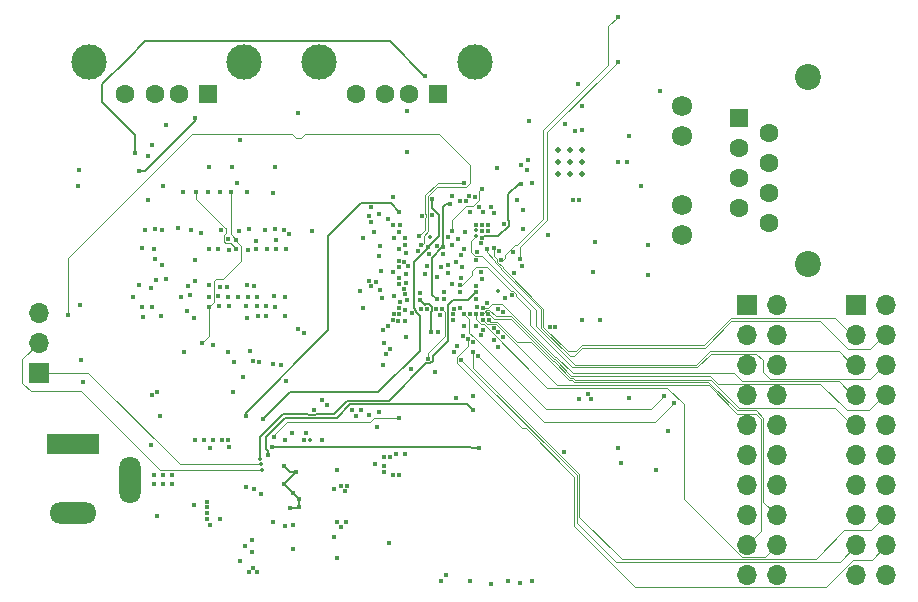
<source format=gbr>
%TF.GenerationSoftware,KiCad,Pcbnew,9.0.0*%
%TF.CreationDate,2025-03-22T23:10:53-04:00*%
%TF.ProjectId,simpleSBC,73696d70-6c65-4534-9243-2e6b69636164,rev?*%
%TF.SameCoordinates,Original*%
%TF.FileFunction,Copper,L4,Inr*%
%TF.FilePolarity,Positive*%
%FSLAX46Y46*%
G04 Gerber Fmt 4.6, Leading zero omitted, Abs format (unit mm)*
G04 Created by KiCad (PCBNEW 9.0.0) date 2025-03-22 23:10:53*
%MOMM*%
%LPD*%
G01*
G04 APERTURE LIST*
G04 Aperture macros list*
%AMRoundRect*
0 Rectangle with rounded corners*
0 $1 Rounding radius*
0 $2 $3 $4 $5 $6 $7 $8 $9 X,Y pos of 4 corners*
0 Add a 4 corners polygon primitive as box body*
4,1,4,$2,$3,$4,$5,$6,$7,$8,$9,$2,$3,0*
0 Add four circle primitives for the rounded corners*
1,1,$1+$1,$2,$3*
1,1,$1+$1,$4,$5*
1,1,$1+$1,$6,$7*
1,1,$1+$1,$8,$9*
0 Add four rect primitives between the rounded corners*
20,1,$1+$1,$2,$3,$4,$5,0*
20,1,$1+$1,$4,$5,$6,$7,0*
20,1,$1+$1,$6,$7,$8,$9,0*
20,1,$1+$1,$8,$9,$2,$3,0*%
G04 Aperture macros list end*
%TA.AperFunction,ComponentPad*%
%ADD10R,4.400000X1.800000*%
%TD*%
%TA.AperFunction,ComponentPad*%
%ADD11O,4.000000X1.800000*%
%TD*%
%TA.AperFunction,ComponentPad*%
%ADD12O,1.800000X4.000000*%
%TD*%
%TA.AperFunction,ComponentPad*%
%ADD13R,1.700000X1.700000*%
%TD*%
%TA.AperFunction,ComponentPad*%
%ADD14O,1.700000X1.700000*%
%TD*%
%TA.AperFunction,ComponentPad*%
%ADD15RoundRect,0.248000X0.552000X-0.552000X0.552000X0.552000X-0.552000X0.552000X-0.552000X-0.552000X0*%
%TD*%
%TA.AperFunction,ComponentPad*%
%ADD16C,1.600000*%
%TD*%
%TA.AperFunction,ComponentPad*%
%ADD17C,1.720000*%
%TD*%
%TA.AperFunction,ComponentPad*%
%ADD18C,2.200000*%
%TD*%
%TA.AperFunction,ComponentPad*%
%ADD19R,1.600000X1.500000*%
%TD*%
%TA.AperFunction,ComponentPad*%
%ADD20C,3.000000*%
%TD*%
%TA.AperFunction,HeatsinkPad*%
%ADD21C,0.500000*%
%TD*%
%TA.AperFunction,ViaPad*%
%ADD22C,0.400000*%
%TD*%
%TA.AperFunction,ViaPad*%
%ADD23C,0.350000*%
%TD*%
%TA.AperFunction,Conductor*%
%ADD24C,0.089000*%
%TD*%
%TA.AperFunction,Conductor*%
%ADD25C,0.200000*%
%TD*%
%TA.AperFunction,Conductor*%
%ADD26C,0.101600*%
%TD*%
G04 APERTURE END LIST*
D10*
%TO.N,+5V*%
%TO.C,J4*%
X113400000Y-100400000D03*
D11*
%TO.N,GND*%
X113400000Y-106200000D03*
D12*
X118200000Y-103400000D03*
%TD*%
D13*
%TO.N,/I2C4_SDA*%
%TO.C,J8*%
X110500000Y-94330000D03*
D14*
%TO.N,/I2C4_SCL*%
X110500000Y-91790000D03*
%TO.N,GND*%
X110500000Y-89250000D03*
%TD*%
D13*
%TO.N,/PA15*%
%TO.C,J9*%
X179710000Y-88640000D03*
D14*
%TO.N,/PC7*%
X182250000Y-88640000D03*
%TO.N,/PE2*%
X179710000Y-91180000D03*
%TO.N,/PC2*%
X182250000Y-91180000D03*
%TO.N,/PA4*%
X179710000Y-93720000D03*
%TO.N,/PD15*%
X182250000Y-93720000D03*
%TO.N,/PE15*%
X179710000Y-96260000D03*
%TO.N,/PD4*%
X182250000Y-96260000D03*
%TO.N,/PE0*%
X179710000Y-98800000D03*
%TO.N,/PE12*%
X182250000Y-98800000D03*
%TO.N,/PG15*%
X179710000Y-101340000D03*
%TO.N,/PD1*%
X182250000Y-101340000D03*
%TO.N,/PC6*%
X179710000Y-103880000D03*
%TO.N,/PD0*%
X182250000Y-103880000D03*
%TO.N,/PB4*%
X179710000Y-106420000D03*
%TO.N,/PD3*%
X182250000Y-106420000D03*
%TO.N,/PE5*%
X179710000Y-108960000D03*
%TO.N,/PG6*%
X182250000Y-108960000D03*
%TO.N,GND*%
X179710000Y-111500000D03*
%TO.N,+3V3*%
X182250000Y-111500000D03*
%TD*%
D15*
%TO.N,/ETH_TX+*%
%TO.C,J7*%
X169735000Y-72790000D03*
D16*
%TO.N,+3V3*%
X172275000Y-74060000D03*
%TO.N,/ETH_TX-*%
X169735000Y-75330000D03*
%TO.N,/ETH_RX+*%
X172275000Y-76600000D03*
%TO.N,+3V3*%
X169735000Y-77870000D03*
%TO.N,/ETH_RX-*%
X172275000Y-79140000D03*
%TO.N,unconnected-(J7-NC-Pad7)*%
X169735000Y-80410000D03*
%TO.N,GND*%
X172275000Y-81680000D03*
D17*
%TO.N,Net-(J7-Pad9)*%
X164905000Y-71770000D03*
%TO.N,/LED_0*%
X164905000Y-74310000D03*
%TO.N,Net-(J7-Pad11)*%
X164905000Y-80160000D03*
%TO.N,/LED_1*%
X164905000Y-82700000D03*
D18*
%TO.N,unconnected-(J7-PadSH)*%
X175575000Y-69335000D03*
%TO.N,unconnected-(J7-PadSH)_1*%
X175575000Y-85135000D03*
%TD*%
D13*
%TO.N,/PB9*%
%TO.C,J3*%
X170460000Y-88640000D03*
D14*
%TO.N,/PA9*%
X173000000Y-88640000D03*
%TO.N,/PD11*%
X170460000Y-91180000D03*
%TO.N,/PC0*%
X173000000Y-91180000D03*
%TO.N,/PF11*%
X170460000Y-93720000D03*
%TO.N,/PA6*%
X173000000Y-93720000D03*
%TO.N,/PB1*%
X170460000Y-96260000D03*
%TO.N,/PB8*%
X173000000Y-96260000D03*
%TO.N,/PB12*%
X170460000Y-98800000D03*
%TO.N,/PB0*%
X173000000Y-98800000D03*
%TO.N,/PE13*%
X170460000Y-101340000D03*
%TO.N,/PD8*%
X173000000Y-101340000D03*
%TO.N,/PG12*%
X170460000Y-103880000D03*
%TO.N,/PB15*%
X173000000Y-103880000D03*
%TO.N,/PA8*%
X170460000Y-106420000D03*
%TO.N,/PE6*%
X173000000Y-106420000D03*
%TO.N,/PD7*%
X170460000Y-108960000D03*
%TO.N,/PD5*%
X173000000Y-108960000D03*
%TO.N,GND*%
X170460000Y-111500000D03*
%TO.N,+3V3*%
X173000000Y-111500000D03*
%TD*%
D19*
%TO.N,Net-(J6-VBUS)*%
%TO.C,J6*%
X124820000Y-70710000D03*
D16*
%TO.N,/USB1_D+*%
X122320000Y-70710000D03*
%TO.N,/USB1_D-*%
X120320000Y-70710000D03*
%TO.N,GND*%
X117820000Y-70710000D03*
D20*
X127890000Y-68000000D03*
X114750000Y-68000000D03*
%TD*%
D19*
%TO.N,Net-(J5-VBUS)*%
%TO.C,J5*%
X144320000Y-70710000D03*
D16*
%TO.N,/USB2_D-*%
X141820000Y-70710000D03*
%TO.N,/USB2_D+*%
X139820000Y-70710000D03*
%TO.N,GND*%
X137320000Y-70710000D03*
D20*
X147390000Y-68000000D03*
X134250000Y-68000000D03*
%TD*%
D21*
%TO.N,GND*%
%TO.C,U6*%
X156462500Y-75500000D03*
X155462500Y-75500000D03*
X154462500Y-75500000D03*
X156462500Y-76500000D03*
X155462500Y-76500000D03*
X154462500Y-76500000D03*
X156462500Y-77500000D03*
X155462500Y-77500000D03*
X154462500Y-77500000D03*
%TD*%
D22*
%TO.N,Net-(JP9-C)*%
X158000000Y-89850000D03*
X149981617Y-87978900D03*
%TO.N,Net-(JP8-C)*%
X156500000Y-89900000D03*
X150522467Y-87800002D03*
%TO.N,+3V3*%
X162100000Y-86050000D03*
X162100000Y-83550000D03*
%TO.N,GND*%
X157600000Y-83250000D03*
X157450000Y-85850000D03*
X127300000Y-78250000D03*
D23*
%TO.N,/PA4*%
X147527493Y-82752981D03*
D22*
%TO.N,/Memory/UDM*%
X120400000Y-86500000D03*
%TO.N,/Memory/UDQS-*%
X139291624Y-80913547D03*
%TO.N,/Memory/UDQS+*%
X120350000Y-84700000D03*
%TO.N,+1V35*%
X119221197Y-83800000D03*
%TO.N,/Memory/UDQS+*%
X138628762Y-80348530D03*
%TO.N,/Memory/LDQS+*%
X123260411Y-87738252D03*
%TO.N,/Memory/LDM*%
X123750000Y-86600000D03*
%TO.N,GND*%
X122500000Y-87950000D03*
%TO.N,/Memory/LDQS-*%
X123129043Y-87000000D03*
%TO.N,GND*%
X131001155Y-93672912D03*
%TO.N,+1V35*%
X130331654Y-93572912D03*
%TO.N,/Memory/DQ11*%
X121300000Y-86450000D03*
%TO.N,/Memory/~{CAS}*%
X125850000Y-87050000D03*
%TO.N,/Memory/~{RAS}*%
X124900000Y-86900000D03*
%TO.N,/Memory/A13*%
X131300000Y-87950000D03*
%TO.N,/Memory/A11*%
X129781827Y-83871202D03*
%TO.N,/Memory/A10*%
X126600000Y-83950000D03*
%TO.N,/Memory/A7*%
X130450000Y-88750000D03*
%TO.N,/Memory/A6*%
X130600000Y-83900000D03*
%TO.N,/Memory/A5*%
X128950000Y-88700000D03*
%TO.N,/Memory/A3*%
X128952114Y-87956488D03*
%TO.N,/Memory/A2*%
X128748521Y-86963643D03*
%TO.N,/Memory/A0*%
X128150000Y-86900000D03*
%TO.N,/Memory/A14*%
X131450000Y-83900000D03*
X137950000Y-82900000D03*
%TO.N,/Memory/A4*%
X130600598Y-83113498D03*
%TO.N,GND*%
X129150000Y-93400000D03*
X128606274Y-93378198D03*
X127009118Y-93448939D03*
%TO.N,/Memory/~{CS}*%
X139859118Y-92739869D03*
%TO.N,/Memory/DQ2*%
X140242568Y-92337171D03*
%TO.N,/Memory/CKE*%
X133600000Y-82350000D03*
%TO.N,VREF_DDR*%
X131336737Y-107336737D03*
X126785922Y-79005170D03*
X124900000Y-88750000D03*
X124300000Y-91850000D03*
X127226113Y-83080465D03*
X128000000Y-98000000D03*
X141000000Y-80700000D03*
%TO.N,+1V2*%
X125250000Y-100000000D03*
X123750000Y-100000000D03*
X144242233Y-86271553D03*
X143330000Y-85300000D03*
X126600000Y-100625000D03*
X126500000Y-100000000D03*
X144766382Y-87519659D03*
X126000000Y-100000000D03*
X145149999Y-85910000D03*
X146181129Y-87468223D03*
X144795166Y-88108400D03*
X144577979Y-85396927D03*
X124500000Y-100000000D03*
X125000000Y-100750000D03*
X143533975Y-84283975D03*
%TO.N,GND*%
X149013277Y-80796100D03*
X138902161Y-82398266D03*
X146468070Y-90350729D03*
X132250000Y-102750000D03*
X120250000Y-103000000D03*
X120900000Y-82300000D03*
X121000000Y-103750000D03*
X120850000Y-89550000D03*
X142800000Y-87600000D03*
X147013360Y-80702820D03*
X120250000Y-103750000D03*
X132500000Y-105750000D03*
X141650000Y-75650000D03*
X122690000Y-79076594D03*
X139100000Y-98900000D03*
X119350000Y-89600000D03*
X145500000Y-79420000D03*
X119966868Y-87173020D03*
X131207528Y-82250000D03*
X123342282Y-82300000D03*
X151800000Y-77200000D03*
X142901600Y-81047234D03*
X145150000Y-85250000D03*
X156500000Y-71750000D03*
X140500000Y-79500000D03*
X130450000Y-76900000D03*
X151399751Y-85289870D03*
X146200000Y-84400000D03*
X141020909Y-88874802D03*
X131750000Y-105798398D03*
X156125000Y-69875000D03*
X140014038Y-81335962D03*
X146250000Y-86350000D03*
X127800000Y-94700000D03*
X148119522Y-90707917D03*
X126850000Y-76900000D03*
X119500000Y-82250000D03*
X121750000Y-103000000D03*
X125654333Y-87854333D03*
X127406235Y-82332286D03*
X131250000Y-103750000D03*
X159500000Y-76500000D03*
X129024919Y-89500000D03*
X132500000Y-105000000D03*
X155000000Y-73250000D03*
X121000000Y-78500000D03*
X147510974Y-88106361D03*
X144688900Y-84320753D03*
X149449617Y-84022372D03*
X145163940Y-82833631D03*
X121750000Y-103750000D03*
X147930343Y-85846672D03*
X139500000Y-85700000D03*
X131250000Y-102250000D03*
X142000000Y-94050000D03*
X143200000Y-85985616D03*
X132000000Y-104500000D03*
X151466735Y-80557725D03*
X131390764Y-95073406D03*
X129668792Y-82222999D03*
X141450000Y-84928225D03*
X145446197Y-86830930D03*
X142600000Y-84000000D03*
X140539413Y-87875494D03*
X125818969Y-79006886D03*
X127997931Y-88722437D03*
X123601509Y-89670000D03*
X150706551Y-85917033D03*
X133750000Y-97500000D03*
X145474922Y-83559937D03*
X125247928Y-92002071D03*
X149053324Y-90563863D03*
X129762441Y-88686044D03*
X160500000Y-96500000D03*
X159500000Y-100750000D03*
X126900000Y-96000000D03*
X131325494Y-89550000D03*
X135500000Y-108250000D03*
X140064718Y-90373406D03*
D23*
X149380500Y-87417372D03*
D22*
X146452936Y-83901765D03*
X144144060Y-88945155D03*
X121000000Y-103000000D03*
X130344178Y-79100000D03*
%TO.N,+3V3*%
X147500000Y-84832054D03*
X147500000Y-87000000D03*
X151900000Y-76300000D03*
X151504490Y-82175247D03*
X154927387Y-101087518D03*
X139750000Y-101500000D03*
X163100000Y-70500000D03*
X138975000Y-102100000D03*
X141000000Y-103000000D03*
X131327970Y-100061600D03*
X145800000Y-84950000D03*
X141500000Y-101250000D03*
X140250000Y-101500000D03*
X140750000Y-101250000D03*
X152000000Y-73000000D03*
X146000000Y-83000000D03*
X140500000Y-103000000D03*
X159750000Y-102000000D03*
X142850502Y-88982002D03*
X153589593Y-82653900D03*
X114200000Y-95100000D03*
X139750000Y-102250000D03*
X114100000Y-93300000D03*
X162721084Y-102569645D03*
X139750000Y-102750000D03*
X151000000Y-79700000D03*
X146300000Y-85380000D03*
X135700000Y-102600000D03*
%TO.N,Net-(U1C-NRST_CORE)*%
X148000000Y-86400000D03*
%TO.N,+3.3VP*%
X135512545Y-104151600D03*
X140100000Y-108750000D03*
X135750000Y-110000000D03*
X148750000Y-112250000D03*
%TO.N,+5V*%
X136500000Y-107000000D03*
X136062500Y-103937500D03*
X120000000Y-100500000D03*
X133150000Y-99480000D03*
X131985000Y-109235000D03*
X127925000Y-109000000D03*
X138450000Y-97929014D03*
X135750000Y-107000000D03*
X136550000Y-103950000D03*
X128500000Y-109500000D03*
X136100000Y-107425000D03*
X137000000Y-97500000D03*
X137350000Y-98050000D03*
X128500000Y-108500000D03*
X137750000Y-97500000D03*
X139300000Y-97700000D03*
X128687500Y-104187500D03*
X136450000Y-104400000D03*
X128000000Y-104000000D03*
%TO.N,/Memory/DDR_CK+*%
X124900000Y-83900000D03*
X141000000Y-85400002D03*
%TO.N,/Memory/DDR_CK-*%
X140461374Y-85832472D03*
X125700000Y-83900000D03*
%TO.N,/Memory/CKE*%
X141006047Y-83830792D03*
X125926800Y-82224046D03*
%TO.N,Net-(U3-ZQ)*%
X123827310Y-79081546D03*
X127200000Y-83850000D03*
%TO.N,/Memory/~{RESET}*%
X132949733Y-90991735D03*
X141500000Y-89000000D03*
%TO.N,/Memory/A0*%
X138637694Y-87036946D03*
%TO.N,/Memory/A1*%
X128900000Y-83900000D03*
%TO.N,/Memory/A2*%
X141502350Y-87716738D03*
%TO.N,VTT_DDR*%
X128250000Y-111250000D03*
X129000000Y-111250000D03*
X128650000Y-110850000D03*
%TO.N,/Memory/A3*%
X139550000Y-88050000D03*
%TO.N,/Memory/A4*%
X141507744Y-83488194D03*
%TO.N,/Memory/A5*%
X141432912Y-87222085D03*
%TO.N,/Memory/A6*%
X141553782Y-84180812D03*
%TO.N,/Memory/A7*%
X132444099Y-90618329D03*
X141652867Y-88193548D03*
%TO.N,/Memory/A8*%
X141489859Y-82900143D03*
X131630137Y-82576496D03*
%TO.N,/Memory/A9*%
X130407978Y-87885056D03*
X137900000Y-88896801D03*
%TO.N,/Memory/A10*%
X140945099Y-84876326D03*
%TO.N,/Memory/A11*%
X139267726Y-84459644D03*
%TO.N,/Memory/A12*%
X128219229Y-83916590D03*
%TO.N,/Memory/A13*%
X141103066Y-88381596D03*
%TO.N,/PWR_ON*%
X130200000Y-100600000D03*
X150673224Y-84162684D03*
X147750000Y-100750000D03*
%TO.N,/Memory/~{RAS}*%
X141550000Y-85950000D03*
%TO.N,/Memory/~{CS}*%
X140999998Y-86350000D03*
%TO.N,/Memory/~{WE}*%
X126450000Y-87100000D03*
X138441693Y-86562271D03*
%TO.N,/Memory/ODT*%
X125750000Y-88700000D03*
X139000000Y-86650000D03*
%TO.N,/Memory/BA0*%
X139400000Y-87304187D03*
X127363426Y-87962298D03*
%TO.N,/Memory/BA1*%
X139400000Y-83600000D03*
X128900000Y-83150000D03*
%TO.N,/Memory/BA2*%
X141000000Y-86850000D03*
X128200000Y-87900336D03*
%TO.N,/ETH_3V3*%
X160500000Y-74300000D03*
X161500000Y-78500000D03*
X160300000Y-76500000D03*
%TO.N,VDD_USB*%
X143477848Y-83688641D03*
X129500000Y-98250000D03*
X143800000Y-79600000D03*
X131898398Y-99480000D03*
%TO.N,/SWDIO*%
X144000000Y-94250000D03*
X142065241Y-89255271D03*
%TO.N,/NRST*%
X147235780Y-96310600D03*
X149393280Y-92200000D03*
X148474540Y-88421661D03*
%TO.N,/UART4_TX*%
X146587066Y-82405166D03*
X153729267Y-90499293D03*
%TO.N,/UART4_RX*%
X143806707Y-80980953D03*
X154230869Y-90500001D03*
%TO.N,+1V35*%
X129750000Y-89500000D03*
X122800000Y-92550000D03*
X130300000Y-107000000D03*
X120092928Y-88742335D03*
X120350000Y-82150000D03*
X128144305Y-79005170D03*
X124191861Y-82487586D03*
X124750000Y-106250000D03*
X122271572Y-82049200D03*
X128254608Y-82210048D03*
X124900000Y-76925494D03*
X120500000Y-106500000D03*
X124750000Y-106750000D03*
X124750000Y-105250000D03*
X126519535Y-83026113D03*
X126509991Y-92576152D03*
X123750000Y-84800000D03*
X124900000Y-87900000D03*
X141600697Y-86724506D03*
X130458515Y-82208269D03*
X128402632Y-92497403D03*
X141550000Y-91300000D03*
X129300000Y-104600000D03*
X123650000Y-105550000D03*
X126550000Y-87900000D03*
X125000000Y-107250000D03*
X125825000Y-106750000D03*
X127500000Y-110250000D03*
X119750000Y-79750000D03*
X123067821Y-89147535D03*
X124750000Y-105750000D03*
X119250000Y-88750000D03*
X124788031Y-79076594D03*
X128101034Y-89710621D03*
X141786814Y-85299250D03*
%TO.N,/SDMMC_CLK*%
X147000000Y-112010000D03*
X146141138Y-88904379D03*
%TO.N,/SDMMC_CMD*%
X150250000Y-112010000D03*
X145639376Y-88918615D03*
%TO.N,/SDMMC_D3*%
X143344060Y-88965410D03*
X151250000Y-112151600D03*
%TO.N,/SDMMC_D2*%
X144328664Y-90926749D03*
X152249000Y-112009293D03*
%TO.N,/SDMMC_D1*%
X144500000Y-112010000D03*
X145867064Y-92056524D03*
%TO.N,/SDMMC_D0*%
X145000000Y-111500000D03*
X145624853Y-92601489D03*
%TO.N,/PA0_WAKEUP*%
X147564861Y-84127983D03*
X130436249Y-99754199D03*
X141000000Y-98200000D03*
D23*
%TO.N,/I2C4_SCL*%
X129400000Y-102550000D03*
%TO.N,/I2C4_SDA*%
X129330675Y-102103174D03*
D22*
%TO.N,Net-(U1C-USB_RREF)*%
X142720546Y-82789994D03*
X146485270Y-78274730D03*
%TO.N,/RTC_OUT1*%
X147533975Y-87533975D03*
D23*
X129252919Y-101632957D03*
D22*
%TO.N,/Memory/DQ11*%
X141001103Y-82400000D03*
%TO.N,/Memory/DQ4*%
X140521144Y-89399930D03*
X139700000Y-91800000D03*
%TO.N,/Memory/LDQS+*%
X139609118Y-90747056D03*
%TO.N,/Memory/UDQS-*%
X120203721Y-83902766D03*
%TO.N,/Memory/DQ9*%
X138420231Y-81098307D03*
X140554482Y-82898131D03*
%TO.N,/Memory/DQ13*%
X119000000Y-86950000D03*
X138600000Y-81572568D03*
%TO.N,/Memory/UDM*%
X140500000Y-81868062D03*
%TO.N,/Memory/DQ2*%
X141456236Y-89937312D03*
%TO.N,/Memory/DQ15*%
X141028095Y-81869080D03*
X118500000Y-87900000D03*
%TO.N,/Memory/LDQS-*%
X140445148Y-89898651D03*
%TO.N,Net-(U1A-VDDA1V1_REG)*%
X144200000Y-83600000D03*
%TO.N,Net-(U1A-VDDA1V8_DSI)*%
X144724138Y-83732760D03*
X144200000Y-88139361D03*
X145320228Y-80090312D03*
%TO.N,Net-(U1D-DDR_ZQ)*%
X143702204Y-90902204D03*
X142800000Y-88200000D03*
%TO.N,Net-(U4-PONKEYn)*%
X132048445Y-107213985D03*
%TO.N,VBUS*%
X120750000Y-98000000D03*
%TO.N,Net-(JP2-A)*%
X142879957Y-83516702D03*
X113000000Y-89490000D03*
%TO.N,/Power/VOUT_BST*%
X134500000Y-96651600D03*
X134906276Y-97093724D03*
%TO.N,/VBUS1*%
X118600000Y-75750000D03*
X143150000Y-69200000D03*
%TO.N,/VBUS2*%
X119000000Y-77250000D03*
X123700000Y-72750000D03*
%TO.N,Net-(JP3-A)*%
X114000000Y-88600000D03*
D23*
X143626119Y-82827985D03*
D22*
%TO.N,/Power/~{RST}*%
X147250000Y-97500000D03*
X129900002Y-101338398D03*
%TO.N,/LED_1*%
X155911583Y-73882641D03*
%TO.N,/LED_0*%
X156512012Y-73780030D03*
%TO.N,/MDIO*%
X148053350Y-82898630D03*
X151274207Y-78331600D03*
%TO.N,/RMII_RX_D0*%
X148500000Y-81850000D03*
X149270000Y-76970000D03*
%TO.N,Net-(U6-RXER{slash}PHYAD0)*%
X151275000Y-76740000D03*
%TO.N,Net-(U6-CRS_DV{slash}MODE2)*%
X152275000Y-78240000D03*
%TO.N,/RMII_CRS_DV*%
X148794730Y-80327300D03*
%TO.N,/RMII_TXD_0*%
X156250000Y-79750000D03*
X147935686Y-83384590D03*
%TO.N,/RMII_TX_EN*%
X155748397Y-79750000D03*
X148000000Y-82350000D03*
%TO.N,/PRT1*%
X113900000Y-77200000D03*
X146906484Y-79389048D03*
%TO.N,/PRT2*%
X146657737Y-79824628D03*
X113800000Y-78500000D03*
%TO.N,/USB_~{OC2}*%
X147449863Y-79457510D03*
X120064127Y-75096100D03*
%TO.N,/USB_~{OC1}*%
X146156914Y-79796673D03*
X119753900Y-76000000D03*
%TO.N,/PMIC_SWOUT*%
X120508371Y-95996280D03*
X127500000Y-74601600D03*
X132933536Y-100064195D03*
D23*
%TO.N,Net-(JP4-C)*%
X133409523Y-100039979D03*
D22*
%TO.N,/PMIC_VBUSOTG*%
X134450000Y-100000000D03*
X132450000Y-72393900D03*
X120050000Y-96200000D03*
%TO.N,Net-(U1B-PA13)*%
X149637786Y-84787786D03*
X159500000Y-64200000D03*
%TO.N,Net-(U1B-PA14)*%
X159500000Y-68000000D03*
X151196583Y-84715417D03*
%TO.N,/USB2_D+*%
X141625000Y-72200000D03*
%TO.N,/USB1_D+*%
X121270190Y-73329810D03*
%TO.N,/PA6*%
X148099218Y-80763293D03*
%TO.N,/PF11*%
X147777301Y-80323681D03*
D23*
%TO.N,/PC0*%
X147491399Y-82279352D03*
D22*
%TO.N,/PB0*%
X148500000Y-82350000D03*
%TO.N,/PD11*%
X148000000Y-78800000D03*
X145500000Y-82350000D03*
%TO.N,/PB8*%
X147500812Y-81804443D03*
%TO.N,/PB12*%
X148001813Y-81850000D03*
%TO.N,/PB1*%
X149850000Y-81750000D03*
%TO.N,/PD8*%
X149406815Y-88916913D03*
%TO.N,/PG12*%
X149806099Y-89215823D03*
%TO.N,/PE13*%
X147583260Y-88798138D03*
%TO.N,/PB15*%
X147945100Y-91178217D03*
X145551408Y-89412444D03*
%TO.N,/PA8*%
X147253875Y-91777372D03*
X145578593Y-89913309D03*
%TO.N,/PB4*%
X146427952Y-91210603D03*
%TO.N,/PD0*%
X147001602Y-89349885D03*
%TO.N,/PC6*%
X147542470Y-90350000D03*
%TO.N,/PE12*%
X149833194Y-91322654D03*
X163750000Y-99250000D03*
%TO.N,/PD1*%
X157213857Y-96610060D03*
X149000000Y-91600000D03*
%TO.N,/PG15*%
X149407746Y-90918285D03*
X156950000Y-96150000D03*
%TO.N,/PC2*%
X148441173Y-83837991D03*
%TO.N,/PE2*%
X149000000Y-83800000D03*
%TO.N,/PD15*%
X146141573Y-86911499D03*
%TO.N,/PE15*%
X148083990Y-88840752D03*
%TO.N,/PD4*%
X148002007Y-89399989D03*
%TO.N,/PE0*%
X148510458Y-89394619D03*
%TO.N,/PE6*%
X148585592Y-89890562D03*
%TO.N,/PD7*%
X148083091Y-89894565D03*
%TO.N,/PD5*%
X147500412Y-89402739D03*
%TO.N,/PE5*%
X146246100Y-93239906D03*
%TO.N,/PD3*%
X147231701Y-92577706D03*
%TO.N,/PG6*%
X146824720Y-91517698D03*
%TO.N,/PA15*%
X147700000Y-92900000D03*
X164300000Y-96900000D03*
%TO.N,/PC7*%
X145800000Y-96500000D03*
X144435834Y-89416159D03*
%TO.N,/PB9*%
X156200000Y-96600000D03*
X143450000Y-93150000D03*
X144641613Y-88958717D03*
%TO.N,/PA9*%
X163400000Y-96300000D03*
X146500000Y-89350000D03*
%TO.N,/Memory/~{CAS}*%
X137693121Y-87429508D03*
%TO.N,/Memory/DQ9*%
X120927496Y-85250581D03*
%TO.N,/Memory/DQ6*%
X139623406Y-93726763D03*
X140941880Y-89942620D03*
%TO.N,/Memory/~{CS}*%
X126622906Y-88656307D03*
%TO.N,/Memory/LDM*%
X141020565Y-89408942D03*
%TD*%
D24*
%TO.N,/PD15*%
X172429089Y-94881700D02*
X180878300Y-94881700D01*
X171800000Y-94252611D02*
X172429089Y-94881700D01*
X166200000Y-93900000D02*
X167377100Y-92722900D01*
X152050000Y-90300000D02*
X155650000Y-93900000D01*
X152050000Y-89050000D02*
X152050000Y-90300000D01*
X150665164Y-87455502D02*
X150866967Y-87657305D01*
X148400000Y-85400000D02*
X150455502Y-87455502D01*
X147500000Y-85400000D02*
X148400000Y-85400000D01*
X150866967Y-87866967D02*
X152050000Y-89050000D01*
X147150000Y-86100000D02*
X147150000Y-85750000D01*
X150866967Y-87657305D02*
X150866967Y-87866967D01*
X146338501Y-86911499D02*
X147150000Y-86100000D01*
X146141573Y-86911499D02*
X146338501Y-86911499D01*
X147150000Y-85750000D02*
X147500000Y-85400000D01*
X155650000Y-93900000D02*
X166200000Y-93900000D01*
X171800000Y-93300000D02*
X171800000Y-94252611D01*
X171222900Y-92722900D02*
X171800000Y-93300000D01*
X180878300Y-94881700D02*
X182000000Y-93760000D01*
X150455502Y-87455502D02*
X150665164Y-87455502D01*
X167377100Y-92722900D02*
X171222900Y-92722900D01*
%TO.N,/PA4*%
X147050000Y-83230474D02*
X147527493Y-82752981D01*
X147050000Y-83400000D02*
X147050000Y-83230474D01*
X152550000Y-89050000D02*
X152550000Y-90350000D01*
X147972483Y-84472483D02*
X152550000Y-89050000D01*
X147422164Y-84472483D02*
X147972483Y-84472483D01*
X147050000Y-84100319D02*
X147422164Y-84472483D01*
X166121050Y-93709400D02*
X167298151Y-92532300D01*
X152550000Y-90350000D02*
X155909400Y-93709400D01*
D25*
%TO.N,/MDIO*%
X148148878Y-82803102D02*
X148053350Y-82898630D01*
X149396898Y-82803102D02*
X148148878Y-82803102D01*
X150290905Y-81909095D02*
X149396898Y-82803102D01*
D24*
%TO.N,/PA4*%
X155909400Y-93709400D02*
X166121050Y-93709400D01*
D25*
%TO.N,/MDIO*%
X150250000Y-81402777D02*
X150290905Y-81443682D01*
X151168400Y-78331600D02*
X150250000Y-79250000D01*
X150250000Y-79250000D02*
X150250000Y-81402777D01*
X151274207Y-78331600D02*
X151168400Y-78331600D01*
D24*
%TO.N,/PA4*%
X167298151Y-92532300D02*
X178232300Y-92532300D01*
X147050000Y-83400000D02*
X147050000Y-84100319D01*
X178232300Y-92532300D02*
X179460000Y-93760000D01*
D25*
%TO.N,/MDIO*%
X150290905Y-81443682D02*
X150290905Y-81909095D01*
%TO.N,VREF_DDR*%
X128000000Y-97750000D02*
X128000000Y-98000000D01*
X135000000Y-90750000D02*
X128000000Y-97750000D01*
X137750000Y-80000000D02*
X135000000Y-82750000D01*
X138411606Y-80000000D02*
X137750000Y-80000000D01*
X138463076Y-79948530D02*
X138411606Y-80000000D01*
X139073417Y-79948530D02*
X138463076Y-79948530D01*
X139124887Y-80000000D02*
X139073417Y-79948530D01*
X140300000Y-80000000D02*
X139124887Y-80000000D01*
X141000000Y-80700000D02*
X140300000Y-80000000D01*
X135000000Y-82750000D02*
X135000000Y-90750000D01*
D26*
X126785922Y-79020174D02*
X126785922Y-79005170D01*
X126750411Y-79055167D02*
X126771924Y-79033654D01*
X126750411Y-82604763D02*
X126750411Y-79055167D01*
X127226113Y-83080465D02*
X126750411Y-82604763D01*
X126772442Y-79033654D02*
X126785922Y-79020174D01*
X126771924Y-79033654D02*
X126772442Y-79033654D01*
X125300000Y-88350000D02*
X124900000Y-88750000D01*
X124900000Y-88750000D02*
X124900000Y-91250000D01*
X125300000Y-86550000D02*
X125300000Y-88350000D01*
X127650000Y-84850000D02*
X126100000Y-86400000D01*
X125450000Y-86400000D02*
X125300000Y-86550000D01*
X126100000Y-86400000D02*
X125450000Y-86400000D01*
X124900000Y-91250000D02*
X124300000Y-91850000D01*
X127226113Y-83080465D02*
X127226113Y-83176113D01*
X127650000Y-83600000D02*
X127650000Y-84850000D01*
X127226113Y-83176113D02*
X127650000Y-83600000D01*
D25*
%TO.N,GND*%
X131750000Y-102750000D02*
X131250000Y-102250000D01*
X132500000Y-105000000D02*
X132000000Y-104500000D01*
X132000000Y-104500000D02*
X131250000Y-103750000D01*
X131250000Y-103750000D02*
X132250000Y-102750000D01*
X132500000Y-105750000D02*
X132500000Y-105000000D01*
X132451602Y-105798398D02*
X132500000Y-105750000D01*
X132250000Y-102750000D02*
X131750000Y-102750000D01*
X131750000Y-105798398D02*
X132451602Y-105798398D01*
D26*
%TO.N,Net-(U3-ZQ)*%
X126278701Y-82078701D02*
X126278701Y-82078283D01*
X126300000Y-82500000D02*
X126300000Y-82100000D01*
X127200000Y-83850000D02*
X126750000Y-83400000D01*
X123827310Y-79626892D02*
X123827310Y-79081546D01*
X127200000Y-83850000D02*
X126800000Y-83450000D01*
X126278701Y-82078283D02*
X123827310Y-79626892D01*
X126150000Y-82650000D02*
X126300000Y-82500000D01*
X126150000Y-83250000D02*
X126150000Y-82650000D01*
X126300000Y-83400000D02*
X126150000Y-83250000D01*
X126750000Y-83400000D02*
X126300000Y-83400000D01*
X126300000Y-82100000D02*
X126278701Y-82078701D01*
D25*
%TO.N,/PWR_ON*%
X130200000Y-100600000D02*
X147000000Y-100600000D01*
X147150000Y-100750000D02*
X147750000Y-100750000D01*
X147000000Y-100600000D02*
X147150000Y-100750000D01*
%TO.N,VDD_USB*%
X142250000Y-88874344D02*
X142465241Y-89089585D01*
X144400000Y-82766489D02*
X143477848Y-83688641D01*
X142465241Y-89222849D02*
X142750000Y-89507608D01*
X143477848Y-83688641D02*
X143477848Y-83772152D01*
X143477848Y-83772152D02*
X142250000Y-85000000D01*
X142250000Y-85000000D02*
X142250000Y-88874344D01*
X139250000Y-96000000D02*
X131750000Y-96000000D01*
X143800000Y-80400000D02*
X144400000Y-81000000D01*
X142750000Y-89507608D02*
X142750000Y-92500000D01*
X131750000Y-96000000D02*
X129500000Y-98250000D01*
X143800000Y-79600000D02*
X143800000Y-80400000D01*
X144400000Y-81000000D02*
X144400000Y-82766489D01*
X142750000Y-92500000D02*
X139250000Y-96000000D01*
X142465241Y-89089585D02*
X142465241Y-89222849D01*
D24*
%TO.N,/PA0_WAKEUP*%
X138850000Y-98200000D02*
X138513001Y-98536999D01*
X138513001Y-98536999D02*
X131530285Y-98536999D01*
X131530285Y-98536999D02*
X130436249Y-99631035D01*
X130436249Y-99631035D02*
X130436249Y-99754199D01*
X141000000Y-98200000D02*
X138850000Y-98200000D01*
%TO.N,/I2C4_SCL*%
X109100000Y-93190000D02*
X110500000Y-91790000D01*
X114064200Y-95900000D02*
X109800000Y-95900000D01*
X109100000Y-95200000D02*
X109100000Y-93190000D01*
X129400000Y-102550000D02*
X120714200Y-102550000D01*
X109800000Y-95900000D02*
X109100000Y-95200000D01*
X120714200Y-102550000D02*
X114064200Y-95900000D01*
%TO.N,/I2C4_SDA*%
X122442823Y-102103174D02*
X114669649Y-94330000D01*
X114669649Y-94330000D02*
X110500000Y-94330000D01*
X129330675Y-102103174D02*
X122442823Y-102103174D01*
%TO.N,Net-(U1C-USB_RREF)*%
X143247700Y-81190594D02*
X143247700Y-80903874D01*
X143209400Y-80865574D02*
X143209400Y-79290600D01*
X146460540Y-78250000D02*
X146485270Y-78274730D01*
X144250000Y-78250000D02*
X146460540Y-78250000D01*
X143209400Y-79290600D02*
X144250000Y-78250000D01*
X143247700Y-80903874D02*
X143209400Y-80865574D01*
X143209400Y-82301140D02*
X143209400Y-81228894D01*
X142720546Y-82789994D02*
X143209400Y-82301140D01*
X143209400Y-81228894D02*
X143247700Y-81190594D01*
D25*
%TO.N,/RTC_OUT1*%
X135450000Y-97800000D02*
X134015686Y-97800000D01*
X145150000Y-91650000D02*
X143851600Y-92948400D01*
X133234314Y-97800000D02*
X131200000Y-97800000D01*
X146800000Y-88200000D02*
X145600000Y-88200000D01*
X133915686Y-97900000D02*
X133334314Y-97900000D01*
X136553200Y-96696800D02*
X135450000Y-97800000D01*
X129250000Y-101630038D02*
X129252919Y-101632957D01*
X143248400Y-93551600D02*
X140103200Y-96696800D01*
X131200000Y-97800000D02*
X129252919Y-99747081D01*
X140103200Y-96696800D02*
X136553200Y-96696800D01*
X129252919Y-100741129D02*
X129250000Y-100744048D01*
X145150000Y-88650000D02*
X145150000Y-91650000D01*
X134015686Y-97800000D02*
X133915686Y-97900000D01*
X147466025Y-87533975D02*
X146800000Y-88200000D01*
X143851600Y-93316349D02*
X143616349Y-93551600D01*
X145600000Y-88200000D02*
X145150000Y-88650000D01*
X147533975Y-87533975D02*
X147466025Y-87533975D01*
X129252919Y-99747081D02*
X129252919Y-100741129D01*
X129250000Y-100744048D02*
X129250000Y-101630038D01*
X143851600Y-92948400D02*
X143851600Y-93316349D01*
X143616349Y-93551600D02*
X143248400Y-93551600D01*
X133334314Y-97900000D02*
X133234314Y-97800000D01*
%TO.N,Net-(U1A-VDDA1V8_DSI)*%
X144724138Y-80275862D02*
X144975124Y-80024876D01*
X145312442Y-80098098D02*
X145320228Y-80090312D01*
X144975124Y-80024876D02*
X145024876Y-80024876D01*
X144667240Y-83732760D02*
X143800000Y-84600000D01*
X145024876Y-80024876D02*
X145098098Y-80098098D01*
X145098098Y-80098098D02*
X145312442Y-80098098D01*
X143800000Y-87739361D02*
X144200000Y-88139361D01*
X143800000Y-84600000D02*
X143800000Y-87739361D01*
X144724138Y-83732760D02*
X144667240Y-83732760D01*
X144724138Y-83732760D02*
X144724138Y-80275862D01*
%TO.N,Net-(U1D-DDR_ZQ)*%
X143509746Y-88565410D02*
X143744060Y-88799724D01*
X143178374Y-88565410D02*
X143509746Y-88565410D01*
X143744060Y-89131096D02*
X143702204Y-89172952D01*
X143744060Y-88799724D02*
X143744060Y-89131096D01*
X143702204Y-89172952D02*
X143702204Y-90902204D01*
X142800000Y-88200000D02*
X143171892Y-88571892D01*
X143171892Y-88571892D02*
X143178374Y-88565410D01*
D24*
%TO.N,Net-(JP2-A)*%
X146321080Y-78600000D02*
X144200000Y-78600000D01*
X123500000Y-74100000D02*
X131960540Y-74100000D01*
X132306640Y-74446100D02*
X132693360Y-74446100D01*
X143400000Y-80786625D02*
X143438300Y-80824924D01*
X146341910Y-78620830D02*
X146321080Y-78600000D01*
X143438300Y-80824924D02*
X143438300Y-82361700D01*
X146628630Y-78620830D02*
X146341910Y-78620830D01*
X143067646Y-83329013D02*
X142879957Y-83516702D01*
X143400000Y-79400000D02*
X143400000Y-80786625D01*
X131960540Y-74100000D02*
X132306640Y-74446100D01*
X143438300Y-82361700D02*
X143067646Y-82732354D01*
X147000000Y-78249460D02*
X146628630Y-78620830D01*
X113000000Y-89490000D02*
X113000000Y-84600000D01*
X132693360Y-74446100D02*
X133039460Y-74100000D01*
X133039460Y-74100000D02*
X144350000Y-74100000D01*
X147000000Y-76750000D02*
X147000000Y-78249460D01*
X113000000Y-84600000D02*
X123500000Y-74100000D01*
X144350000Y-74100000D02*
X147000000Y-76750000D01*
X143067646Y-82732354D02*
X143067646Y-83329013D01*
X144200000Y-78600000D02*
X143400000Y-79400000D01*
D25*
%TO.N,/VBUS1*%
X119452600Y-66297400D02*
X140197400Y-66297400D01*
X140200000Y-66300000D02*
X143100000Y-69200000D01*
X115850000Y-69900000D02*
X118000000Y-67750000D01*
X140197400Y-66297400D02*
X140200000Y-66300000D01*
X118600000Y-74200000D02*
X115850000Y-71450000D01*
X115850000Y-71450000D02*
X115850000Y-69900000D01*
X118000000Y-67750000D02*
X119452600Y-66297400D01*
X143100000Y-69200000D02*
X143150000Y-69200000D01*
X118600000Y-75750000D02*
X118600000Y-74200000D01*
%TO.N,/VBUS2*%
X123700000Y-73050000D02*
X123700000Y-72750000D01*
X119500000Y-77250000D02*
X123700000Y-73050000D01*
X119000000Y-77250000D02*
X119500000Y-77250000D01*
%TO.N,/Power/~{RST}*%
X133175748Y-98150000D02*
X131350000Y-98150000D01*
X146750000Y-97000000D02*
X136850000Y-97000000D01*
X133214648Y-98188900D02*
X133175748Y-98150000D01*
X135700000Y-98150000D02*
X134074252Y-98150000D01*
X136850000Y-97000000D02*
X135700000Y-98150000D01*
X129750000Y-100811997D02*
X129900002Y-100961999D01*
X129900002Y-100961999D02*
X129900002Y-101338398D01*
X131350000Y-98150000D02*
X129750000Y-99750000D01*
X134074252Y-98150000D02*
X134035352Y-98188900D01*
X147250000Y-97500000D02*
X146750000Y-97000000D01*
X134035352Y-98188900D02*
X133214648Y-98188900D01*
X129750000Y-99750000D02*
X129750000Y-100811997D01*
D24*
%TO.N,Net-(U1B-PA13)*%
X158700000Y-68300000D02*
X153200000Y-73800000D01*
X159500000Y-64200000D02*
X158700000Y-65000000D01*
X150846448Y-83500000D02*
X150327124Y-84019324D01*
X150987970Y-83500000D02*
X150846448Y-83500000D01*
X150327124Y-84019324D02*
X150327124Y-84072876D01*
X158700000Y-65000000D02*
X158700000Y-68300000D01*
X149821247Y-84787786D02*
X149637786Y-84787786D01*
X150327124Y-84072876D02*
X149988491Y-84411509D01*
X149988491Y-84411509D02*
X149988491Y-84620542D01*
X153200000Y-73800000D02*
X153200000Y-81287970D01*
X153200000Y-81287970D02*
X150987970Y-83500000D01*
X149988491Y-84620542D02*
X149821247Y-84787786D01*
%TO.N,Net-(U1B-PA14)*%
X159500000Y-68000000D02*
X153500000Y-74000000D01*
X151200000Y-83700000D02*
X151200000Y-84712000D01*
X151200000Y-84712000D02*
X151196583Y-84715417D01*
X153500000Y-81400000D02*
X151200000Y-83700000D01*
X153500000Y-74000000D02*
X153500000Y-81400000D01*
%TO.N,/PD11*%
X147250000Y-80250000D02*
X147800000Y-79700000D01*
X147800000Y-79700000D02*
X147800000Y-79000000D01*
X147800000Y-79000000D02*
X148000000Y-78800000D01*
X145500000Y-82350000D02*
X145500000Y-81450000D01*
X146700000Y-80250000D02*
X147250000Y-80250000D01*
X145500000Y-81450000D02*
X146700000Y-80250000D01*
%TO.N,/PC2*%
X149115386Y-84845836D02*
X149115386Y-85004171D01*
X166878950Y-92209400D02*
X169088350Y-90000000D01*
X156521051Y-92209400D02*
X166878950Y-92209400D01*
X155771050Y-92959400D02*
X156521051Y-92209400D01*
X149590600Y-85479385D02*
X149590600Y-85590599D01*
X176650000Y-90000000D02*
X178991700Y-92341700D01*
X152990600Y-90521050D02*
X155428950Y-92959400D01*
X148413386Y-83865778D02*
X148413386Y-84143836D01*
X152990600Y-88990599D02*
X152990600Y-90521050D01*
X180878300Y-92341700D02*
X182000000Y-91220000D01*
X149590600Y-85590599D02*
X152990600Y-88990599D01*
X178991700Y-92341700D02*
X180878300Y-92341700D01*
X148413386Y-84143836D02*
X149115386Y-84845836D01*
X169088350Y-90000000D02*
X176650000Y-90000000D01*
X148441173Y-83837991D02*
X148413386Y-83865778D01*
X149115386Y-85004171D02*
X149590600Y-85479385D01*
X155428950Y-92959400D02*
X155771050Y-92959400D01*
%TO.N,/PE2*%
X149293286Y-84930483D02*
X149782200Y-85419397D01*
X153182200Y-88911236D02*
X153182200Y-88912649D01*
X149000000Y-84459486D02*
X149293286Y-84752772D01*
X149293286Y-84752772D02*
X149293286Y-84930483D01*
X177940000Y-89700000D02*
X179460000Y-91220000D01*
X149782200Y-85419397D02*
X149782200Y-85511235D01*
X153200000Y-90459486D02*
X155259314Y-92518800D01*
X149782200Y-85511235D02*
X153182200Y-88911236D01*
X153200000Y-88930449D02*
X153200000Y-90459486D01*
X155940686Y-92518800D02*
X156441688Y-92017800D01*
X169118800Y-89700000D02*
X177940000Y-89700000D01*
X153182200Y-88912649D02*
X153200000Y-88930449D01*
X155259314Y-92518800D02*
X155940686Y-92518800D01*
X156441688Y-92017800D02*
X166801000Y-92017800D01*
X166801000Y-92017800D02*
X169118800Y-89700000D01*
X149000000Y-83800000D02*
X149000000Y-84459486D01*
%TO.N,/PE15*%
X154163151Y-92971800D02*
X149679018Y-88487665D01*
X155721050Y-94390600D02*
X154302250Y-92971800D01*
X154302250Y-92971800D02*
X154163151Y-92971800D01*
X175248350Y-95073300D02*
X178233300Y-95073300D01*
X149679018Y-88487665D02*
X148897997Y-88487665D01*
X148897997Y-88487665D02*
X148544910Y-88840752D01*
X148544910Y-88840752D02*
X148083990Y-88840752D01*
X169350000Y-94390600D02*
X155721050Y-94390600D01*
X178233300Y-95073300D02*
X179460000Y-96300000D01*
X170031700Y-95072300D02*
X175247350Y-95072300D01*
X169350000Y-94390600D02*
X170031700Y-95072300D01*
X175247350Y-95072300D02*
X175248350Y-95073300D01*
%TO.N,/PD4*%
X148002018Y-89400000D02*
X148002007Y-89399989D01*
X181836987Y-96673013D02*
X181626987Y-96673013D01*
X148227764Y-89187852D02*
X148226350Y-89187852D01*
X154083787Y-93163400D02*
X150482312Y-89561923D01*
X148014202Y-89400000D02*
X148002018Y-89400000D01*
X181626987Y-96673013D02*
X180800000Y-97500000D01*
X149168636Y-89561923D02*
X148645040Y-89038327D01*
X176663900Y-95263900D02*
X168013787Y-95263900D01*
X155641687Y-94582200D02*
X155640686Y-94581200D01*
X155581200Y-94581200D02*
X154163400Y-93163400D01*
X180800000Y-97500000D02*
X178900000Y-97500000D01*
X154163400Y-93163400D02*
X154083787Y-93163400D01*
X178900000Y-97500000D02*
X176663900Y-95263900D01*
X155640686Y-94581200D02*
X155581200Y-94581200D01*
X167332087Y-94582200D02*
X155641687Y-94582200D01*
X148226350Y-89187852D02*
X148014202Y-89400000D01*
X148377289Y-89038327D02*
X148227764Y-89187852D01*
X150482312Y-89561923D02*
X149168636Y-89561923D01*
X168013787Y-95263900D02*
X167332087Y-94582200D01*
X182250000Y-96260000D02*
X181836987Y-96673013D01*
X148645040Y-89038327D02*
X148377289Y-89038327D01*
%TO.N,/PE0*%
X148587827Y-89393912D02*
X148511165Y-89393912D01*
X149012715Y-89818800D02*
X148587827Y-89393912D01*
X155715151Y-94773800D02*
X155501423Y-94773801D01*
X154004425Y-93355001D02*
X150468226Y-89818800D01*
X177938800Y-97318800D02*
X169796309Y-97318800D01*
X164460323Y-94921800D02*
X155863151Y-94921800D01*
X164462324Y-94923801D02*
X164460323Y-94921800D01*
X179460000Y-98840000D02*
X177938800Y-97318800D01*
X169796309Y-97318800D02*
X167401309Y-94923800D01*
X167401309Y-94923800D02*
X164462324Y-94923801D01*
X155863151Y-94921800D02*
X155715151Y-94773800D01*
X148511165Y-89393912D02*
X148510458Y-89394619D01*
X155501423Y-94773801D02*
X154082623Y-93355001D01*
X154082623Y-93355001D02*
X154004425Y-93355001D01*
X150468226Y-89818800D02*
X149012715Y-89818800D01*
%TO.N,/PE6*%
X167183950Y-95114401D02*
X164383374Y-95114401D01*
X148932937Y-90011400D02*
X148930937Y-90009400D01*
X164383374Y-95114401D02*
X164381374Y-95112400D01*
X155784201Y-95112400D02*
X155671802Y-95000000D01*
X149280949Y-90011400D02*
X148932937Y-90011400D01*
X173000000Y-106420000D02*
X171838300Y-105258300D01*
X171838300Y-98168750D02*
X171178950Y-97509400D01*
X151013150Y-91743600D02*
X149280949Y-90011400D01*
X152123475Y-91743600D02*
X151013150Y-91743600D01*
X148705461Y-90009400D02*
X148586623Y-89890562D01*
X148586623Y-89890562D02*
X148585592Y-89890562D01*
X171178950Y-97509400D02*
X169578949Y-97509400D01*
X169578949Y-97509400D02*
X167183950Y-95114401D01*
X153945601Y-93545601D02*
X153925474Y-93545600D01*
X155400000Y-95000000D02*
X153945601Y-93545601D01*
X148930937Y-90009400D02*
X148705461Y-90009400D01*
X164381374Y-95112400D02*
X155784201Y-95112400D01*
X155671802Y-95000000D02*
X155400000Y-95000000D01*
X153925474Y-93545600D02*
X152123475Y-91743600D01*
X171838300Y-105258300D02*
X171838300Y-98168750D01*
%TO.N,/PD7*%
X148239492Y-90032891D02*
X148239492Y-90033922D01*
X149217763Y-90217763D02*
X154400000Y-95400000D01*
X148728952Y-90236662D02*
X148747851Y-90217763D01*
X171200000Y-97800000D02*
X171647700Y-98247700D01*
X171647700Y-107772300D02*
X170460000Y-108960000D01*
X148442232Y-90236662D02*
X148728952Y-90236662D01*
X148083091Y-89894565D02*
X148101166Y-89894565D01*
X171647700Y-98247700D02*
X171647700Y-107772300D01*
X169600000Y-97800000D02*
X171200000Y-97800000D01*
X154400000Y-95400000D02*
X167200000Y-95400000D01*
X148747851Y-90217763D02*
X149217763Y-90217763D01*
X167200000Y-95400000D02*
X169600000Y-97800000D01*
X148239492Y-90033922D02*
X148442232Y-90236662D01*
X148101166Y-89894565D02*
X148239492Y-90032891D01*
%TO.N,/PD5*%
X165100000Y-105010113D02*
X165100000Y-97000000D01*
X153534606Y-95600000D02*
X148176271Y-90241665D01*
X148176271Y-90241665D02*
X147940731Y-90241665D01*
X173000000Y-108960000D02*
X172002900Y-109957100D01*
X163700000Y-95600000D02*
X153534606Y-95600000D01*
X172002900Y-109957100D02*
X170046987Y-109957100D01*
X147497692Y-89402739D02*
X147500412Y-89402739D01*
X170046987Y-109957100D02*
X165100000Y-105010113D01*
X147494050Y-89794984D02*
X147494050Y-89406381D01*
X147940731Y-90241665D02*
X147494050Y-89794984D01*
X147494050Y-89406381D02*
X147497692Y-89402739D01*
X165100000Y-97000000D02*
X163700000Y-95600000D01*
%TO.N,/PE5*%
X178329700Y-110340300D02*
X159340300Y-110340300D01*
X159340300Y-110340300D02*
X156028200Y-107028200D01*
X156028200Y-103028200D02*
X146246100Y-93246100D01*
X146246100Y-93246100D02*
X146246100Y-93239906D01*
X179710000Y-108960000D02*
X178329700Y-110340300D01*
X156028200Y-107028200D02*
X156028200Y-103028200D01*
%TO.N,/PD3*%
X156218800Y-106518800D02*
X159847700Y-110147700D01*
X156218800Y-102918800D02*
X156218800Y-106518800D01*
X147231701Y-92577706D02*
X147231701Y-93931701D01*
X147231701Y-93931701D02*
X156218800Y-102918800D01*
X178700000Y-107700000D02*
X180970000Y-107700000D01*
X180970000Y-107700000D02*
X182250000Y-106420000D01*
X176252300Y-110147700D02*
X178700000Y-107700000D01*
X159847700Y-110147700D02*
X176252300Y-110147700D01*
%TO.N,/PG6*%
X155837600Y-107337600D02*
X160997100Y-112497100D01*
X177102900Y-112497100D02*
X179400000Y-110200000D01*
X146824720Y-91517698D02*
X146824720Y-92075280D01*
X151400000Y-99000000D02*
X151700000Y-99000000D01*
X146824720Y-92075280D02*
X145900000Y-93000000D01*
X155837600Y-103137600D02*
X155837600Y-107337600D01*
X181010000Y-110200000D02*
X182250000Y-108960000D01*
X145900000Y-93500000D02*
X151400000Y-99000000D01*
X151700000Y-99000000D02*
X155837600Y-103137600D01*
X160997100Y-112497100D02*
X177102900Y-112497100D01*
X179400000Y-110200000D02*
X181010000Y-110200000D01*
X145900000Y-93000000D02*
X145900000Y-93500000D01*
%TO.N,/PA15*%
X153300000Y-98500000D02*
X162700000Y-98500000D01*
X147700000Y-92900000D02*
X153300000Y-98500000D01*
X162700000Y-98500000D02*
X164300000Y-96900000D01*
%TO.N,/PB9*%
X143450000Y-92650000D02*
X143450000Y-93150000D01*
X144903900Y-91196100D02*
X143450000Y-92650000D01*
X144903900Y-89221004D02*
X144903900Y-91196100D01*
X144641613Y-88958717D02*
X144903900Y-89221004D01*
%TO.N,/PA9*%
X146950000Y-90950000D02*
X147350000Y-91350000D01*
X161900000Y-97400000D02*
X162300000Y-97400000D01*
X146500000Y-89350000D02*
X146950000Y-89800000D01*
X162300000Y-97400000D02*
X163400000Y-96300000D01*
X147350000Y-91350000D02*
X153400000Y-97400000D01*
X146950000Y-90450000D02*
X146950000Y-90950000D01*
X146950000Y-89800000D02*
X146950000Y-90450000D01*
X153400000Y-97400000D02*
X161900000Y-97400000D01*
%TD*%
M02*

</source>
